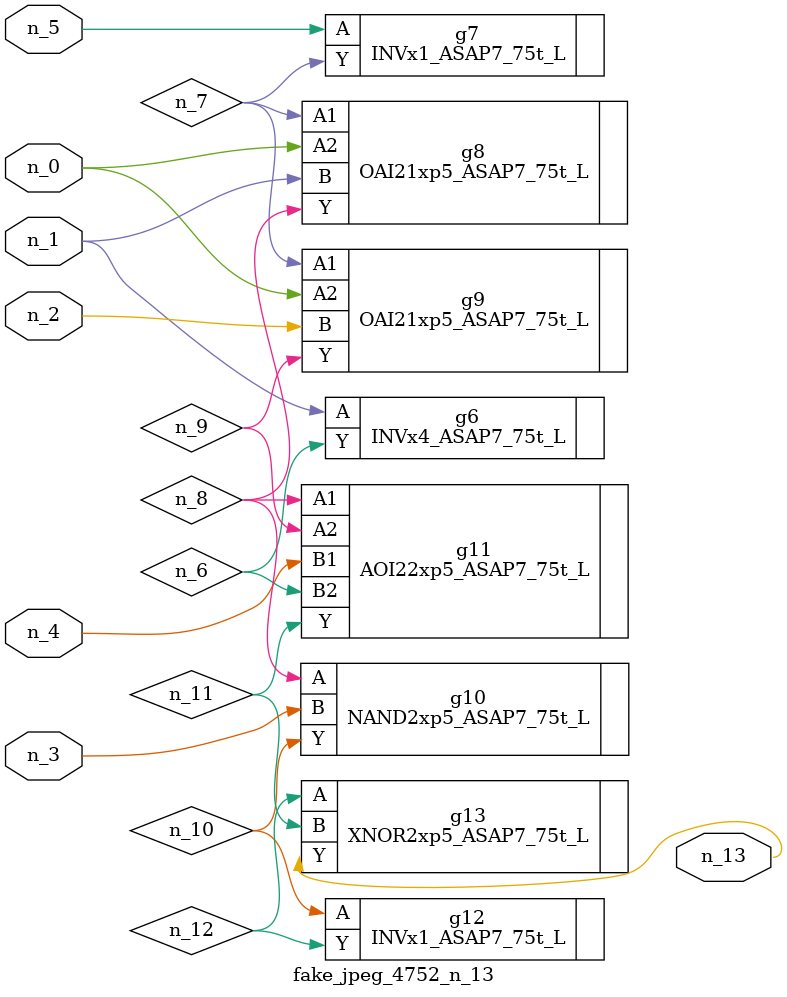
<source format=v>
module fake_jpeg_4752_n_13 (n_3, n_2, n_1, n_0, n_4, n_5, n_13);

input n_3;
input n_2;
input n_1;
input n_0;
input n_4;
input n_5;

output n_13;

wire n_11;
wire n_10;
wire n_12;
wire n_8;
wire n_9;
wire n_6;
wire n_7;

INVx4_ASAP7_75t_L g6 ( 
.A(n_1),
.Y(n_6)
);

INVx1_ASAP7_75t_L g7 ( 
.A(n_5),
.Y(n_7)
);

OAI21xp5_ASAP7_75t_L g8 ( 
.A1(n_7),
.A2(n_0),
.B(n_1),
.Y(n_8)
);

AOI22xp5_ASAP7_75t_L g11 ( 
.A1(n_8),
.A2(n_9),
.B1(n_4),
.B2(n_6),
.Y(n_11)
);

OAI21xp5_ASAP7_75t_L g9 ( 
.A1(n_7),
.A2(n_0),
.B(n_2),
.Y(n_9)
);

NAND2xp5_ASAP7_75t_L g10 ( 
.A(n_8),
.B(n_3),
.Y(n_10)
);

INVx1_ASAP7_75t_L g12 ( 
.A(n_10),
.Y(n_12)
);

XNOR2xp5_ASAP7_75t_L g13 ( 
.A(n_12),
.B(n_11),
.Y(n_13)
);


endmodule
</source>
